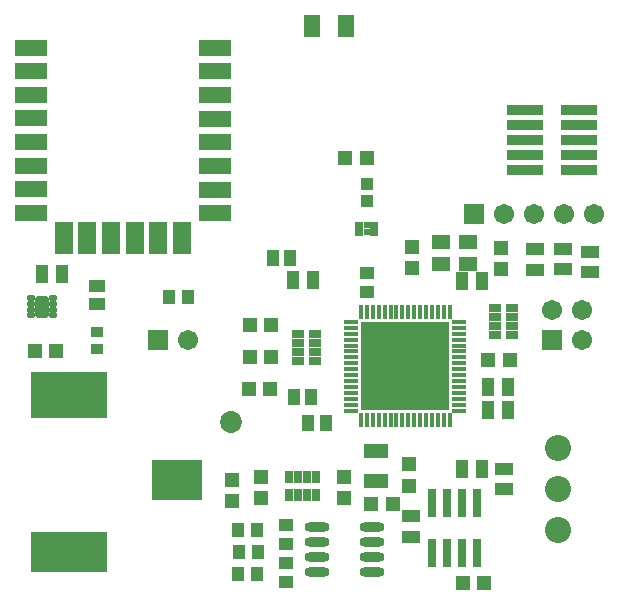
<source format=gts>
G04 Layer_Color=8388736*
%FSLAX24Y24*%
%MOIN*%
G70*
G01*
G75*
%ADD89R,0.0513X0.0513*%
%ADD90R,0.0513X0.0513*%
%ADD91R,0.0828X0.0513*%
%ADD92R,0.0592X0.0415*%
%ADD93R,0.0257X0.0474*%
%ADD94R,0.0218X0.0218*%
%ADD95R,0.0415X0.0592*%
%ADD96R,0.0474X0.0434*%
%ADD97R,0.0552X0.0395*%
%ADD98R,0.0395X0.0552*%
%ADD99R,0.2580X0.1379*%
%ADD100R,0.2580X0.1580*%
%ADD101R,0.1678X0.1379*%
G04:AMPARAMS|DCode=102|XSize=43.4mil|YSize=71mil|CornerRadius=5.9mil|HoleSize=0mil|Usage=FLASHONLY|Rotation=0.000|XOffset=0mil|YOffset=0mil|HoleType=Round|Shape=RoundedRectangle|*
%AMROUNDEDRECTD102*
21,1,0.0434,0.0591,0,0,0.0*
21,1,0.0315,0.0710,0,0,0.0*
1,1,0.0119,0.0158,-0.0295*
1,1,0.0119,-0.0158,-0.0295*
1,1,0.0119,-0.0158,0.0295*
1,1,0.0119,0.0158,0.0295*
%
%ADD102ROUNDEDRECTD102*%
G04:AMPARAMS|DCode=103|XSize=17.8mil|YSize=27.7mil|CornerRadius=6mil|HoleSize=0mil|Usage=FLASHONLY|Rotation=90.000|XOffset=0mil|YOffset=0mil|HoleType=Round|Shape=RoundedRectangle|*
%AMROUNDEDRECTD103*
21,1,0.0178,0.0157,0,0,90.0*
21,1,0.0059,0.0277,0,0,90.0*
1,1,0.0119,0.0079,0.0030*
1,1,0.0119,0.0079,-0.0030*
1,1,0.0119,-0.0079,-0.0030*
1,1,0.0119,-0.0079,0.0030*
%
%ADD103ROUNDEDRECTD103*%
%ADD104R,0.0434X0.0356*%
%ADD105R,0.1222X0.0371*%
%ADD106R,0.0434X0.0395*%
%ADD107R,0.0434X0.0474*%
%ADD108R,0.0552X0.0769*%
%ADD109O,0.0828X0.0316*%
%ADD110R,0.0480X0.0170*%
%ADD111R,0.0170X0.0480*%
%ADD112R,0.2954X0.2954*%
%ADD113R,0.0592X0.0493*%
%ADD114R,0.0261X0.0430*%
%ADD115R,0.0430X0.0261*%
%ADD116R,0.0277X0.0966*%
%ADD117R,0.0671X0.0671*%
%ADD118C,0.0671*%
%ADD119R,0.1080X0.0530*%
%ADD120R,0.0630X0.1080*%
%ADD121C,0.0867*%
%ADD122C,0.0730*%
D89*
X20020Y11296D02*
D03*
Y12004D02*
D03*
X14100Y11484D02*
D03*
Y10776D02*
D03*
X17840Y11584D02*
D03*
Y10876D02*
D03*
X20120Y18546D02*
D03*
Y19254D02*
D03*
X23080Y19224D02*
D03*
Y18516D02*
D03*
X15070Y11574D02*
D03*
Y10866D02*
D03*
D90*
X19464Y10680D02*
D03*
X18756D02*
D03*
X17890Y22225D02*
D03*
X18599D02*
D03*
X15394Y14520D02*
D03*
X14686D02*
D03*
X7536Y15770D02*
D03*
X8244D02*
D03*
X14706Y15590D02*
D03*
X15414D02*
D03*
X22656Y15470D02*
D03*
X23364D02*
D03*
X15414Y16650D02*
D03*
X14706D02*
D03*
X22504Y8050D02*
D03*
X21796D02*
D03*
D91*
X18910Y12432D02*
D03*
Y11448D02*
D03*
D92*
X24200Y19165D02*
D03*
Y18495D02*
D03*
X25140Y18525D02*
D03*
Y19195D02*
D03*
X26060Y19095D02*
D03*
Y18425D02*
D03*
X20070Y9595D02*
D03*
Y10265D02*
D03*
X23170Y11835D02*
D03*
Y11165D02*
D03*
D93*
X18856Y19860D02*
D03*
X18344D02*
D03*
D94*
X18600Y19732D02*
D03*
Y19988D02*
D03*
D95*
X7765Y18350D02*
D03*
X8435D02*
D03*
X23315Y14590D02*
D03*
X22645D02*
D03*
X22455Y18100D02*
D03*
X21785D02*
D03*
X16805Y18130D02*
D03*
X16135D02*
D03*
X22645Y13820D02*
D03*
X23315D02*
D03*
X22445Y11860D02*
D03*
X21775D02*
D03*
D96*
X18600Y17735D02*
D03*
Y18365D02*
D03*
X15900Y9355D02*
D03*
Y9985D02*
D03*
X15920Y8085D02*
D03*
Y8715D02*
D03*
D97*
X9600Y17935D02*
D03*
Y17345D02*
D03*
D98*
X16165Y14250D02*
D03*
X16755D02*
D03*
X15465Y18870D02*
D03*
X16055D02*
D03*
X17235Y13370D02*
D03*
X16645D02*
D03*
D99*
X8681Y9074D02*
D03*
D100*
Y14306D02*
D03*
D101*
X12279Y11475D02*
D03*
D102*
X7780Y17260D02*
D03*
D103*
X8154Y17555D02*
D03*
Y17358D02*
D03*
Y17162D02*
D03*
Y16965D02*
D03*
X7406D02*
D03*
Y17162D02*
D03*
Y17358D02*
D03*
Y17555D02*
D03*
D104*
X9620Y16406D02*
D03*
Y15854D02*
D03*
D105*
X23880Y21800D02*
D03*
Y22300D02*
D03*
Y22800D02*
D03*
Y23300D02*
D03*
Y23800D02*
D03*
X25680D02*
D03*
Y23300D02*
D03*
Y22800D02*
D03*
Y22300D02*
D03*
Y21800D02*
D03*
D106*
X18608Y20796D02*
D03*
Y21348D02*
D03*
D107*
X14955Y8340D02*
D03*
X14325D02*
D03*
X14345Y9070D02*
D03*
X14975D02*
D03*
X14955Y9810D02*
D03*
X14325D02*
D03*
X12025Y17580D02*
D03*
X12655D02*
D03*
D108*
X17903Y26620D02*
D03*
X16781D02*
D03*
D109*
X16935Y9910D02*
D03*
Y9410D02*
D03*
Y8910D02*
D03*
Y8410D02*
D03*
X18785Y9910D02*
D03*
Y9410D02*
D03*
Y8910D02*
D03*
Y8410D02*
D03*
D110*
X21693Y13794D02*
D03*
Y13991D02*
D03*
Y14188D02*
D03*
Y14385D02*
D03*
Y14582D02*
D03*
Y14779D02*
D03*
Y14976D02*
D03*
Y15172D02*
D03*
Y15369D02*
D03*
Y15566D02*
D03*
Y15763D02*
D03*
Y15960D02*
D03*
Y16157D02*
D03*
Y16353D02*
D03*
Y16550D02*
D03*
Y16747D02*
D03*
X18088D02*
D03*
Y16550D02*
D03*
Y16353D02*
D03*
Y16157D02*
D03*
Y15960D02*
D03*
Y15763D02*
D03*
Y15566D02*
D03*
Y15369D02*
D03*
Y15172D02*
D03*
Y14976D02*
D03*
Y14779D02*
D03*
Y14582D02*
D03*
Y14385D02*
D03*
Y14188D02*
D03*
Y13991D02*
D03*
Y13794D02*
D03*
D111*
X21367Y17074D02*
D03*
X21170D02*
D03*
X20973D02*
D03*
X20776D02*
D03*
X20579D02*
D03*
X20383D02*
D03*
X20186D02*
D03*
X19989D02*
D03*
X19792D02*
D03*
X19595D02*
D03*
X19398D02*
D03*
X19201D02*
D03*
X19005D02*
D03*
X18808D02*
D03*
X18611D02*
D03*
X18414D02*
D03*
Y13468D02*
D03*
X18611D02*
D03*
X18808D02*
D03*
X19005D02*
D03*
X19201D02*
D03*
X19398D02*
D03*
X19595D02*
D03*
X19792D02*
D03*
X19989D02*
D03*
X20186D02*
D03*
X20383D02*
D03*
X20579D02*
D03*
X20776D02*
D03*
X20973D02*
D03*
X21170D02*
D03*
X21367D02*
D03*
D112*
X19890Y15271D02*
D03*
D113*
X21993Y19414D02*
D03*
Y18686D02*
D03*
X21087D02*
D03*
Y19414D02*
D03*
D114*
X16307Y11563D02*
D03*
X16606D02*
D03*
X16906D02*
D03*
X16008D02*
D03*
X16906Y10973D02*
D03*
X16008D02*
D03*
X16307D02*
D03*
X16606D02*
D03*
D115*
X22867Y16607D02*
D03*
Y16906D02*
D03*
Y17206D02*
D03*
Y16308D02*
D03*
X23457Y17206D02*
D03*
Y16308D02*
D03*
Y16607D02*
D03*
Y16906D02*
D03*
X16893Y16053D02*
D03*
Y15754D02*
D03*
Y15454D02*
D03*
Y16352D02*
D03*
X16303Y15454D02*
D03*
Y16352D02*
D03*
Y16053D02*
D03*
Y15754D02*
D03*
D116*
X20770Y10717D02*
D03*
X21270D02*
D03*
X21770D02*
D03*
X22270D02*
D03*
Y9043D02*
D03*
X21770D02*
D03*
X21270D02*
D03*
X20770D02*
D03*
D117*
X11630Y16140D02*
D03*
X24770Y16160D02*
D03*
X22170Y20330D02*
D03*
D118*
X12630Y16140D02*
D03*
X25770Y17160D02*
D03*
Y16160D02*
D03*
X24770Y17160D02*
D03*
X26170Y20330D02*
D03*
X25170D02*
D03*
X24170D02*
D03*
X23170D02*
D03*
D119*
X7410Y21170D02*
D03*
X13560Y20370D02*
D03*
X7410Y25880D02*
D03*
Y25100D02*
D03*
Y24310D02*
D03*
Y23530D02*
D03*
Y22730D02*
D03*
Y21950D02*
D03*
Y20380D02*
D03*
X13560Y21160D02*
D03*
Y21940D02*
D03*
X13550Y22730D02*
D03*
Y23520D02*
D03*
Y24300D02*
D03*
Y25100D02*
D03*
Y25880D02*
D03*
D120*
X8510Y19560D02*
D03*
X9290D02*
D03*
X10070D02*
D03*
X10870D02*
D03*
X11650D02*
D03*
X12450D02*
D03*
D121*
X24980Y12556D02*
D03*
Y11178D02*
D03*
Y9800D02*
D03*
D122*
X14090Y13410D02*
D03*
M02*

</source>
